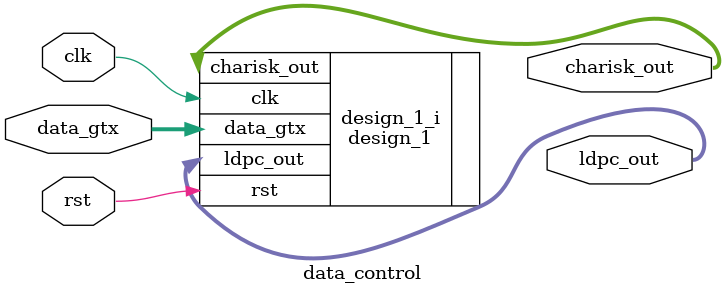
<source format=v>
`timescale 1 ps / 1 ps

module data_control
   (charisk_out,
    clk,
    data_gtx,
    ldpc_out,
    rst);
  output [1:0]charisk_out;
  input clk;
  input [15:0]data_gtx;
  output [15:0]ldpc_out;
  input rst;

  wire [1:0]charisk_out;
  wire clk;
  wire [15:0]data_gtx;
  wire [15:0]ldpc_out;
  wire rst;

  design_1 design_1_i
       (.charisk_out(charisk_out),
        .clk(clk),
        .data_gtx(data_gtx),
        .ldpc_out(ldpc_out),
        .rst(rst));
endmodule

</source>
